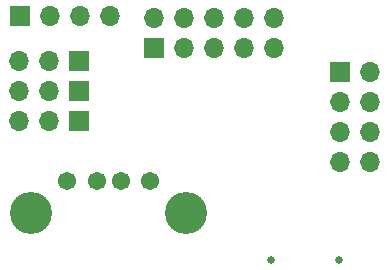
<source format=gbs>
G04 #@! TF.GenerationSoftware,KiCad,Pcbnew,7.0.9*
G04 #@! TF.CreationDate,2024-02-16T12:23:22+01:00*
G04 #@! TF.ProjectId,USBussy_Current_Probe,55534275-7373-4795-9f43-757272656e74,1.0*
G04 #@! TF.SameCoordinates,Original*
G04 #@! TF.FileFunction,Soldermask,Bot*
G04 #@! TF.FilePolarity,Negative*
%FSLAX46Y46*%
G04 Gerber Fmt 4.6, Leading zero omitted, Abs format (unit mm)*
G04 Created by KiCad (PCBNEW 7.0.9) date 2024-02-16 12:23:22*
%MOMM*%
%LPD*%
G01*
G04 APERTURE LIST*
%ADD10R,1.700000X1.700000*%
%ADD11O,1.700000X1.700000*%
%ADD12C,0.650000*%
%ADD13C,1.545000*%
%ADD14C,3.570000*%
G04 APERTURE END LIST*
D10*
X36111301Y-66265699D03*
D11*
X33571301Y-66265699D03*
X31031301Y-66265699D03*
D12*
X52355000Y-80582000D03*
X58135000Y-80582000D03*
D10*
X36111301Y-63725699D03*
D11*
X33571301Y-63725699D03*
X31031301Y-63725699D03*
D10*
X31115000Y-59944000D03*
D11*
X33655000Y-59944000D03*
X36195000Y-59944000D03*
X38735000Y-59944000D03*
D13*
X35108000Y-73888000D03*
X37608000Y-73888000D03*
X39608000Y-73888000D03*
X42108000Y-73888000D03*
D14*
X32038000Y-76598000D03*
X45178000Y-76598000D03*
D10*
X36111301Y-68805699D03*
D11*
X33571301Y-68805699D03*
X31031301Y-68805699D03*
D10*
X58166000Y-64653000D03*
D11*
X60706000Y-64653000D03*
X58166000Y-67193000D03*
X60706000Y-67193000D03*
X58166000Y-69733000D03*
X60706000Y-69733000D03*
X58166000Y-72273000D03*
X60706000Y-72273000D03*
D10*
X42423000Y-62616000D03*
D11*
X42423000Y-60076000D03*
X44963000Y-62616000D03*
X44963000Y-60076000D03*
X47503000Y-62616000D03*
X47503000Y-60076000D03*
X50043000Y-62616000D03*
X50043000Y-60076000D03*
X52583000Y-62616000D03*
X52583000Y-60076000D03*
M02*

</source>
